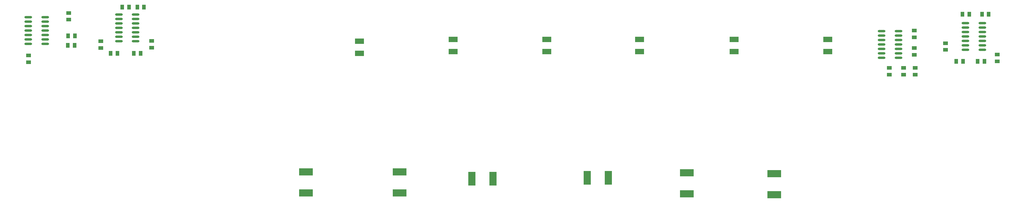
<source format=gtp>
G04*
G04 #@! TF.GenerationSoftware,Altium Limited,Altium Designer,22.11.1 (43)*
G04*
G04 Layer_Color=8421504*
%FSLAX44Y44*%
%MOMM*%
G71*
G04*
G04 #@! TF.SameCoordinates,B38BEB0A-FF2B-4473-85C9-27130B265984*
G04*
G04*
G04 #@! TF.FilePolarity,Positive*
G04*
G01*
G75*
%ADD18O,2.2000X0.6000*%
%ADD19R,1.0200X1.4700*%
%ADD20R,1.4700X1.0200*%
%ADD21R,2.5000X1.5000*%
%ADD22R,2.0000X4.0000*%
%ADD23R,4.0000X2.0000*%
D18*
X2787780Y3119120D02*
D03*
Y3106420D02*
D03*
Y3093720D02*
D03*
Y3081020D02*
D03*
Y3068320D02*
D03*
Y3055620D02*
D03*
Y3042920D02*
D03*
X2835780Y3119120D02*
D03*
Y3106420D02*
D03*
Y3093720D02*
D03*
Y3081020D02*
D03*
Y3068320D02*
D03*
Y3055620D02*
D03*
Y3042920D02*
D03*
X663600Y3090890D02*
D03*
Y3103590D02*
D03*
Y3116290D02*
D03*
Y3128990D02*
D03*
Y3141690D02*
D03*
Y3154390D02*
D03*
Y3167090D02*
D03*
X615600Y3090890D02*
D03*
Y3103590D02*
D03*
Y3116290D02*
D03*
Y3128990D02*
D03*
Y3141690D02*
D03*
Y3154390D02*
D03*
Y3167090D02*
D03*
X3074540Y3065780D02*
D03*
Y3078480D02*
D03*
Y3091180D02*
D03*
Y3103880D02*
D03*
Y3116580D02*
D03*
Y3129280D02*
D03*
Y3141980D02*
D03*
X3026540Y3065780D02*
D03*
Y3078480D02*
D03*
Y3091180D02*
D03*
Y3103880D02*
D03*
Y3116580D02*
D03*
Y3129280D02*
D03*
Y3141980D02*
D03*
X357660Y3159470D02*
D03*
Y3146770D02*
D03*
Y3134070D02*
D03*
Y3121370D02*
D03*
Y3108670D02*
D03*
Y3095970D02*
D03*
Y3083270D02*
D03*
X405660Y3159470D02*
D03*
Y3146770D02*
D03*
Y3134070D02*
D03*
Y3121370D02*
D03*
Y3108670D02*
D03*
Y3095970D02*
D03*
Y3083270D02*
D03*
D19*
X644500Y3187700D02*
D03*
X625500D02*
D03*
X677520Y3055620D02*
D03*
X658520D02*
D03*
X592480D02*
D03*
X611480D02*
D03*
X687020Y3187700D02*
D03*
X668020D02*
D03*
X3037180Y3167380D02*
D03*
X3018180D02*
D03*
X3080360Y3032760D02*
D03*
X3061360D02*
D03*
X3092400Y3167380D02*
D03*
X3073400D02*
D03*
X3019400Y3032760D02*
D03*
X3000400D02*
D03*
X490220Y3106130D02*
D03*
X471220D02*
D03*
X470560Y3078480D02*
D03*
X489560D02*
D03*
D20*
X708660Y3091180D02*
D03*
Y3072180D02*
D03*
X563880Y3090520D02*
D03*
Y3071520D02*
D03*
X2969260Y3065780D02*
D03*
Y3084780D02*
D03*
X3116580Y3052420D02*
D03*
Y3033420D02*
D03*
X2809240Y3014320D02*
D03*
Y2995320D02*
D03*
X2880360Y3070860D02*
D03*
Y3051860D02*
D03*
Y3102000D02*
D03*
Y3121000D02*
D03*
X2849880Y2995320D02*
D03*
Y3014320D02*
D03*
X358140Y3049880D02*
D03*
Y3030880D02*
D03*
X473100Y3152510D02*
D03*
Y3171510D02*
D03*
X2882900Y3014320D02*
D03*
Y2995320D02*
D03*
D21*
X2098040Y3095480D02*
D03*
Y3061480D02*
D03*
X2367280Y3095480D02*
D03*
Y3061480D02*
D03*
X2633980Y3095480D02*
D03*
Y3061480D02*
D03*
X1300480Y3090400D02*
D03*
Y3056400D02*
D03*
X1567180Y3095480D02*
D03*
Y3061480D02*
D03*
X1833880Y3095480D02*
D03*
Y3061480D02*
D03*
D22*
X2009140Y2700020D02*
D03*
X1949140D02*
D03*
X1621000Y2697480D02*
D03*
X1681000D02*
D03*
D23*
X2232660Y2654780D02*
D03*
Y2714780D02*
D03*
X2481580Y2652240D02*
D03*
Y2712240D02*
D03*
X1148080Y2657320D02*
D03*
Y2717320D02*
D03*
X1414780Y2657320D02*
D03*
Y2717320D02*
D03*
M02*

</source>
